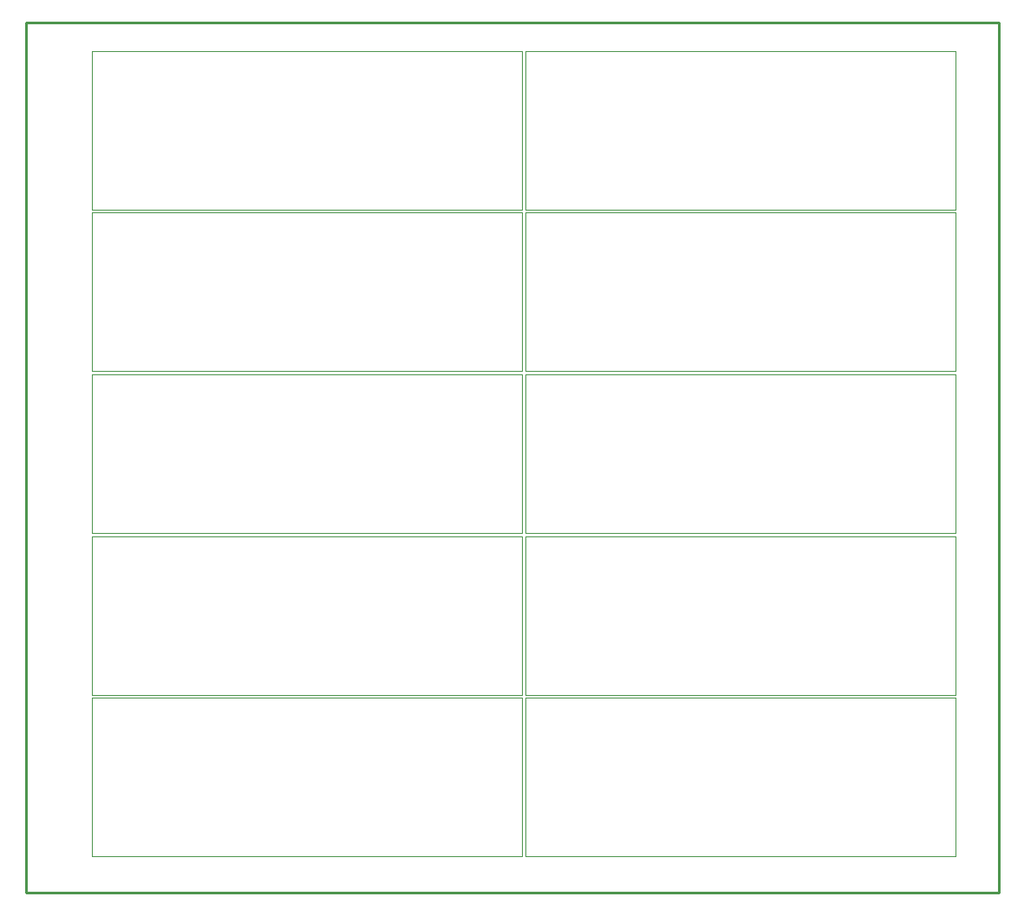
<source format=gko>
G04*
G04 #@! TF.GenerationSoftware,Altium Limited,Altium Designer,22.10.1 (41)*
G04*
G04 Layer_Color=16711935*
%FSTAX24Y24*%
%MOIN*%
G70*
G04*
G04 #@! TF.SameCoordinates,C4D65E7B-EEE1-4A75-A0B3-CD900F305789*
G04*
G04*
G04 #@! TF.FilePolarity,Positive*
G04*
G01*
G75*
%ADD29C,0.0100*%
%ADD68C,0.0004*%
D29*
X01985Y01455D02*
X057252D01*
X01985Y048015D02*
X057252D01*
Y01455D02*
Y048015D01*
X01985Y01455D02*
Y048015D01*
D68*
X0224Y01595D02*
Y022052D01*
Y01595D02*
X038935D01*
Y022052D01*
X0224D02*
X038935D01*
X039054Y01595D02*
Y022052D01*
Y01595D02*
X055589D01*
Y022052D01*
X039054D02*
X055589D01*
X0224Y02217D02*
Y028273D01*
Y02217D02*
X038935D01*
Y028273D01*
X0224D02*
X038935D01*
X039054Y02217D02*
Y028273D01*
Y02217D02*
X055589D01*
Y028273D01*
X039054D02*
X055589D01*
X0224Y028391D02*
Y034493D01*
Y028391D02*
X038935D01*
Y034493D01*
X0224D02*
X038935D01*
X039054Y028391D02*
Y034493D01*
Y028391D02*
X055589D01*
Y034493D01*
X039054D02*
X055589D01*
X0224Y034611D02*
Y040714D01*
Y034611D02*
X038935D01*
Y040714D01*
X0224D02*
X038935D01*
X039054Y034611D02*
Y040714D01*
Y034611D02*
X055589D01*
Y040714D01*
X039054D02*
X055589D01*
X0224Y040832D02*
Y046934D01*
Y040832D02*
X038935D01*
Y046934D01*
X0224D02*
X038935D01*
X039054Y040832D02*
Y046934D01*
Y040832D02*
X055589D01*
Y046934D01*
X039054D02*
X055589D01*
M02*

</source>
